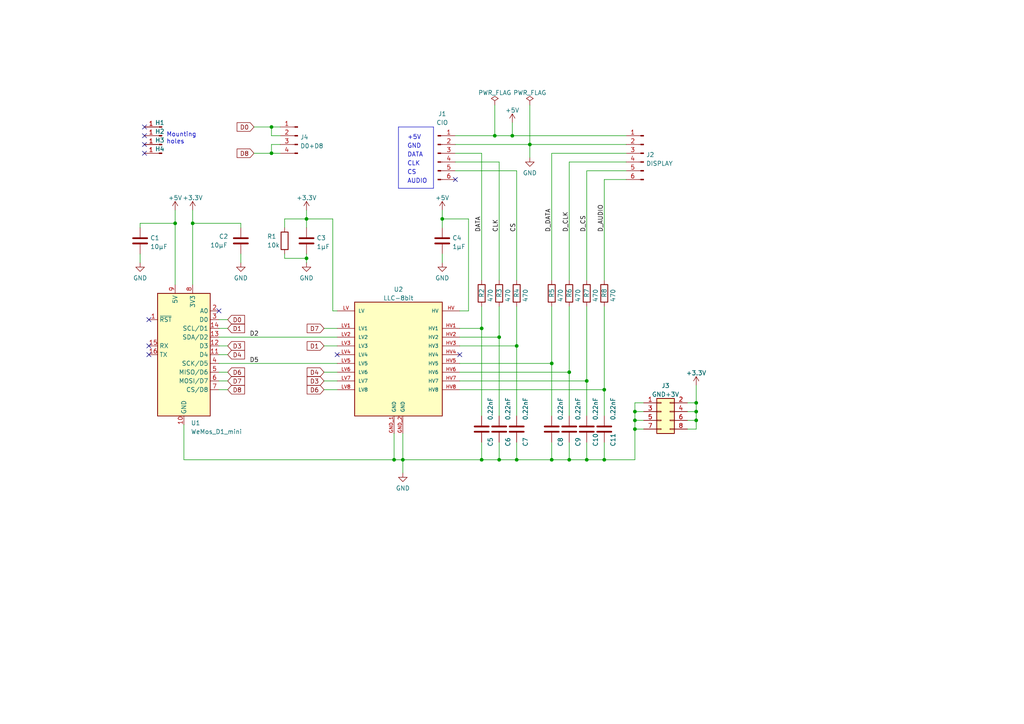
<source format=kicad_sch>
(kicad_sch (version 20230121) (generator eeschema)
  (paper "A4")
  (lib_symbols
    (symbol "Connector:Conn_01x01_Male" (pin_names (offset 1.016) hide)
      (property "Reference" "J" (at 0 2.54 0))
      (property "Value" "Conn_01x01_Male" (at 0 -2.54 0))
      (symbol "Conn_01x01_Male_1_1"
        (polyline (pts (xy 1.27 0) (xy 0.8636 0)) (stroke (width 0.1524)))
        (rectangle (start 0.8636 0.127) (end 0 -0.127) (stroke (width 0.1524)) (fill (type outline)))
        (pin passive line (at 5.08 0 180) (length 3.81) (name "Pin_1") (number "1"))
      )
    )
    (symbol "Connector:Conn_01x04_Male" (pin_names (offset 1.016) hide)
      (property "Reference" "J" (at 0 5.08 0))
      (property "Value" "Conn_01x04_Male" (at 0 -7.62 0))
      (symbol "Conn_01x04_Male_1_1"
        (polyline (pts (xy 1.27 -5.08) (xy 0.8636 -5.08)) (stroke (width 0.1524)))
        (polyline (pts (xy 1.27 -2.54) (xy 0.8636 -2.54)) (stroke (width 0.1524)))
        (polyline (pts (xy 1.27 0) (xy 0.8636 0)) (stroke (width 0.1524)))
        (polyline (pts (xy 1.27 2.54) (xy 0.8636 2.54)) (stroke (width 0.1524)))
        (rectangle (start 0.8636 -4.953) (end 0 -5.207) (stroke (width 0.1524)) (fill (type outline)))
        (rectangle (start 0.8636 -2.413) (end 0 -2.667) (stroke (width 0.1524)) (fill (type outline)))
        (rectangle (start 0.8636 0.127) (end 0 -0.127) (stroke (width 0.1524)) (fill (type outline)))
        (rectangle (start 0.8636 2.667) (end 0 2.413) (stroke (width 0.1524)) (fill (type outline)))
        (pin passive line (at 5.08 2.54 180) (length 3.81) (name "Pin_1") (number "1"))
        (pin passive line (at 5.08 0 180) (length 3.81) (name "Pin_2") (number "2"))
        (pin passive line (at 5.08 -2.54 180) (length 3.81) (name "Pin_3") (number "3"))
        (pin passive line (at 5.08 -5.08 180) (length 3.81) (name "Pin_4") (number "4"))
      )
    )
    (symbol "Connector:Conn_01x06_Male" (pin_names (offset 1.016) hide)
      (property "Reference" "J" (at 0 7.62 0))
      (property "Value" "Conn_01x06_Male" (at 0 -10.16 0))
      (symbol "Conn_01x06_Male_1_1"
        (polyline (pts (xy 1.27 -7.62) (xy 0.8636 -7.62)) (stroke (width 0.1524)))
        (polyline (pts (xy 1.27 -5.08) (xy 0.8636 -5.08)) (stroke (width 0.1524)))
        (polyline (pts (xy 1.27 -2.54) (xy 0.8636 -2.54)) (stroke (width 0.1524)))
        (polyline (pts (xy 1.27 0) (xy 0.8636 0)) (stroke (width 0.1524)))
        (polyline (pts (xy 1.27 2.54) (xy 0.8636 2.54)) (stroke (width 0.1524)))
        (polyline (pts (xy 1.27 5.08) (xy 0.8636 5.08)) (stroke (width 0.1524)))
        (rectangle (start 0.8636 -7.493) (end 0 -7.747) (stroke (width 0.1524)) (fill (type outline)))
        (rectangle (start 0.8636 -4.953) (end 0 -5.207) (stroke (width 0.1524)) (fill (type outline)))
        (rectangle (start 0.8636 -2.413) (end 0 -2.667) (stroke (width 0.1524)) (fill (type outline)))
        (rectangle (start 0.8636 0.127) (end 0 -0.127) (stroke (width 0.1524)) (fill (type outline)))
        (rectangle (start 0.8636 2.667) (end 0 2.413) (stroke (width 0.1524)) (fill (type outline)))
        (rectangle (start 0.8636 5.207) (end 0 4.953) (stroke (width 0.1524)) (fill (type outline)))
        (pin passive line (at 5.08 5.08 180) (length 3.81) (name "Pin_1") (number "1"))
        (pin passive line (at 5.08 2.54 180) (length 3.81) (name "Pin_2") (number "2"))
        (pin passive line (at 5.08 0 180) (length 3.81) (name "Pin_3") (number "3"))
        (pin passive line (at 5.08 -2.54 180) (length 3.81) (name "Pin_4") (number "4"))
        (pin passive line (at 5.08 -5.08 180) (length 3.81) (name "Pin_5") (number "5"))
        (pin passive line (at 5.08 -7.62 180) (length 3.81) (name "Pin_6") (number "6"))
      )
    )
    (symbol "Connector_Generic:Conn_02x04_Odd_Even" (pin_names (offset 1.016) hide)
      (property "Reference" "J" (at 1.27 5.08 0))
      (property "Value" "Conn_02x04_Odd_Even" (at 1.27 -7.62 0))
      (symbol "Conn_02x04_Odd_Even_1_1"
        (rectangle (start -1.27 -4.953) (end 0 -5.207) (stroke (width 0.1524)))
        (rectangle (start -1.27 -2.413) (end 0 -2.667) (stroke (width 0.1524)))
        (rectangle (start -1.27 0.127) (end 0 -0.127) (stroke (width 0.1524)))
        (rectangle (start -1.27 2.667) (end 0 2.413) (stroke (width 0.1524)))
        (rectangle (start -1.27 3.81) (end 3.81 -6.35) (stroke (width 0.254)) (fill (type background)))
        (rectangle (start 3.81 -4.953) (end 2.54 -5.207) (stroke (width 0.1524)))
        (rectangle (start 3.81 -2.413) (end 2.54 -2.667) (stroke (width 0.1524)))
        (rectangle (start 3.81 0.127) (end 2.54 -0.127) (stroke (width 0.1524)))
        (rectangle (start 3.81 2.667) (end 2.54 2.413) (stroke (width 0.1524)))
        (pin passive line (at -5.08 2.54 0) (length 3.81) (name "Pin_1") (number "1"))
        (pin passive line (at 7.62 2.54 180) (length 3.81) (name "Pin_2") (number "2"))
        (pin passive line (at -5.08 0 0) (length 3.81) (name "Pin_3") (number "3"))
        (pin passive line (at 7.62 0 180) (length 3.81) (name "Pin_4") (number "4"))
        (pin passive line (at -5.08 -2.54 0) (length 3.81) (name "Pin_5") (number "5"))
        (pin passive line (at 7.62 -2.54 180) (length 3.81) (name "Pin_6") (number "6"))
        (pin passive line (at -5.08 -5.08 0) (length 3.81) (name "Pin_7") (number "7"))
        (pin passive line (at 7.62 -5.08 180) (length 3.81) (name "Pin_8") (number "8"))
      )
    )
    (symbol "Device:C" (pin_numbers hide) (pin_names (offset 0.254))
      (property "Reference" "C" (at 0.635 2.54 0))
      (property "Value" "C" (at 0.635 -2.54 0))
      (symbol "C_0_1"
        (polyline (pts (xy -2.032 -0.762) (xy 2.032 -0.762)) (stroke (width 0.508)))
        (polyline (pts (xy -2.032 0.762) (xy 2.032 0.762)) (stroke (width 0.508)))
      )
      (symbol "C_1_1"
        (pin passive line (at 0 3.81 270) (length 2.794) (name "~") (number "1"))
        (pin passive line (at 0 -3.81 90) (length 2.794) (name "~") (number "2"))
      )
    )
    (symbol "Device:R" (pin_numbers hide) (pin_names (offset 0))
      (property "Reference" "R" (at 2.032 0 90))
      (property "Value" "R" (at 0 0 90))
      (symbol "R_0_1"
        (rectangle (start -1.016 -2.54) (end 1.016 2.54) (stroke (width 0.254)))
      )
      (symbol "R_1_1"
        (pin passive line (at 0 3.81 270) (length 1.27) (name "~") (number "1"))
        (pin passive line (at 0 -3.81 90) (length 1.27) (name "~") (number "2"))
      )
    )
    (symbol "MCU_Module:WeMos_D1_mini"
      (property "Reference" "U" (at 3.81 19.05 0))
      (property "Value" "WeMos_D1_mini" (at 1.27 -19.05 0))
      (symbol "WeMos_D1_mini_1_1"
        (rectangle (start -7.62 17.78) (end 7.62 -17.78) (stroke (width 0.254)) (fill (type background)))
        (pin input line (at -10.16 10.16 0) (length 2.54) (name "~{RST}") (number "1"))
        (pin power_in line (at 0 -20.32 90) (length 2.54) (name "GND") (number "10"))
        (pin bidirectional line (at 10.16 0 180) (length 2.54) (name "D4") (number "11"))
        (pin bidirectional line (at 10.16 2.54 180) (length 2.54) (name "D3") (number "12"))
        (pin bidirectional line (at 10.16 5.08 180) (length 2.54) (name "SDA/D2") (number "13"))
        (pin bidirectional line (at 10.16 7.62 180) (length 2.54) (name "SCL/D1") (number "14"))
        (pin input line (at -10.16 2.54 0) (length 2.54) (name "RX") (number "15"))
        (pin output line (at -10.16 0 0) (length 2.54) (name "TX") (number "16"))
        (pin input line (at 10.16 12.7 180) (length 2.54) (name "A0") (number "2"))
        (pin bidirectional line (at 10.16 10.16 180) (length 2.54) (name "D0") (number "3"))
        (pin bidirectional line (at 10.16 -2.54 180) (length 2.54) (name "SCK/D5") (number "4"))
        (pin bidirectional line (at 10.16 -5.08 180) (length 2.54) (name "MISO/D6") (number "5"))
        (pin bidirectional line (at 10.16 -7.62 180) (length 2.54) (name "MOSI/D7") (number "6"))
        (pin bidirectional line (at 10.16 -10.16 180) (length 2.54) (name "CS/D8") (number "7"))
        (pin power_out line (at 2.54 20.32 270) (length 2.54) (name "3V3") (number "8"))
        (pin power_in line (at -2.54 20.32 270) (length 2.54) (name "5V") (number "9"))
      )
    )
    (symbol "My LLC:LLC-8bit" (pin_names (offset 1.016))
      (property "Reference" "U" (at -12.7 17.78 0))
      (property "Value" "LLC-8bit" (at -5.08 -1.27 0))
      (symbol "LLC-8bit_0_0"
        (rectangle (start -12.7 16.51) (end 12.7 -16.51) (stroke (width 0.254)) (fill (type background)))
        (pin power_in line (at -1.27 -21.59 90) (length 5.08) (name "GND") (number "GND_1"))
        (pin power_in line (at 1.27 -21.59 90) (length 5.08) (name "GND") (number "GND_2"))
        (pin power_in line (at 17.78 13.97 180) (length 5.08) (name "HV") (number "HV"))
        (pin bidirectional line (at 17.78 8.89 180) (length 5.08) (name "HV1") (number "HV1"))
        (pin bidirectional line (at 17.78 6.35 180) (length 5.08) (name "HV2") (number "HV2"))
        (pin bidirectional line (at 17.78 3.81 180) (length 5.08) (name "HV3") (number "HV3"))
        (pin bidirectional line (at 17.78 1.27 180) (length 5.08) (name "HV4") (number "HV4"))
        (pin bidirectional line (at 17.78 -1.27 180) (length 5.08) (name "HV5") (number "HV5"))
        (pin bidirectional line (at 17.78 -3.81 180) (length 5.08) (name "HV6") (number "HV6"))
        (pin bidirectional line (at 17.78 -6.35 180) (length 5.08) (name "HV7") (number "HV7"))
        (pin bidirectional line (at 17.78 -8.89 180) (length 5.08) (name "HV8") (number "HV8"))
        (pin power_in line (at -17.78 13.97 0) (length 5.08) (name "LV") (number "LV"))
        (pin bidirectional line (at -17.78 8.89 0) (length 5.08) (name "LV1") (number "LV1"))
        (pin bidirectional line (at -17.78 6.35 0) (length 5.08) (name "LV2") (number "LV2"))
        (pin bidirectional line (at -17.78 3.81 0) (length 5.08) (name "LV3") (number "LV3"))
        (pin bidirectional line (at -17.78 1.27 0) (length 5.08) (name "LV4") (number "LV4"))
        (pin bidirectional line (at -17.78 -1.27 0) (length 5.08) (name "LV5") (number "LV5"))
        (pin bidirectional line (at -17.78 -3.81 0) (length 5.08) (name "LV6") (number "LV6"))
        (pin bidirectional line (at -17.78 -6.35 0) (length 5.08) (name "LV7") (number "LV7"))
        (pin bidirectional line (at -17.78 -8.89 0) (length 5.08) (name "LV8") (number "LV8"))
      )
    )
    (symbol "power:+3.3V" (power) (pin_names (offset 0))
      (property "Value" "+3.3V" (at 0 3.556 0))
      (symbol "+3.3V_0_1"
        (polyline (pts (xy -0.762 1.27) (xy 0 2.54)))
        (polyline (pts (xy 0 0) (xy 0 2.54)))
        (polyline (pts (xy 0 2.54) (xy 0.762 1.27)))
      )
      (symbol "+3.3V_1_1"
        (pin power_in line (at 0 0 90) (length 0) hide (name "+3.3V") (number "1"))
      )
    )
    (symbol "power:+5V" (power) (pin_names (offset 0))
      (property "Value" "+5V" (at 0 3.556 0))
      (symbol "+5V_0_1"
        (polyline (pts (xy -0.762 1.27) (xy 0 2.54)))
        (polyline (pts (xy 0 0) (xy 0 2.54)))
        (polyline (pts (xy 0 2.54) (xy 0.762 1.27)))
      )
      (symbol "+5V_1_1"
        (pin power_in line (at 0 0 90) (length 0) hide (name "+5V") (number "1"))
      )
    )
    (symbol "power:GND" (power) (pin_names (offset 0))
      (property "Value" "GND" (at 0 -3.81 0))
      (symbol "GND_0_1"
        (polyline (pts (xy 0 0) (xy 0 -1.27) (xy 1.27 -1.27) (xy 0 -2.54) (xy -1.27 -1.27) (xy 0 -1.27)))
      )
      (symbol "GND_1_1"
        (pin power_in line (at 0 0 270) (length 0) hide (name "GND") (number "1"))
      )
    )
    (symbol "power:PWR_FLAG" (power) (pin_numbers hide) (pin_names (offset 0) hide)
      (property "Value" "PWR_FLAG" (at 0 3.81 0))
      (symbol "PWR_FLAG_0_0"
        (pin power_out line (at 0 0 90) (length 0) (name "pwr") (number "1"))
      )
      (symbol "PWR_FLAG_0_1"
        (polyline (pts (xy 0 0) (xy 0 1.27) (xy -1.016 1.905) (xy 0 2.54) (xy 1.016 1.905) (xy 0 1.27)))
      )
    )
  )
  (junction (at 184.15 119.38))
  (junction (at 201.93 121.92))
  (junction (at 149.86 100.33))
  (junction (at 88.9 74.93))
  (junction (at 148.59 39.37))
  (junction (at 78.74 44.45))
  (junction (at 139.7 133.35))
  (junction (at 50.8 64.77))
  (junction (at 144.78 133.35))
  (junction (at 55.88 64.77))
  (junction (at 175.26 113.03))
  (junction (at 165.1 133.35))
  (junction (at 170.18 110.49))
  (junction (at 160.02 105.41))
  (junction (at 170.18 133.35))
  (junction (at 78.74 36.83))
  (junction (at 201.93 119.38))
  (junction (at 149.86 133.35))
  (junction (at 116.84 133.35))
  (junction (at 139.7 95.25))
  (junction (at 128.27 63.5))
  (junction (at 184.15 121.92))
  (junction (at 201.93 116.84))
  (junction (at 114.3 133.35))
  (junction (at 175.26 133.35))
  (junction (at 88.9 63.5))
  (junction (at 144.78 97.79))
  (junction (at 165.1 107.95))
  (junction (at 143.51 39.37))
  (junction (at 153.67 41.91))
  (junction (at 160.02 133.35))
  (junction (at 184.15 124.46))
  (no_connect (at 132.08 52.07))
  (no_connect (at 41.91 39.37))
  (no_connect (at 41.91 36.83))
  (no_connect (at 63.5 90.17))
  (no_connect (at 97.79 102.87))
  (no_connect (at 43.18 102.87))
  (no_connect (at 41.91 44.45))
  (no_connect (at 41.91 41.91))
  (no_connect (at 43.18 92.71))
  (no_connect (at 133.35 102.87))
  (no_connect (at 43.18 100.33))
  (wire (pts (xy 170.18 133.35) (xy 175.26 133.35)))
  (wire (pts (xy 93.98 113.03) (xy 97.79 113.03)))
  (wire (pts (xy 97.79 90.17) (xy 96.52 90.17)))
  (wire (pts (xy 82.55 63.5) (xy 88.9 63.5)))
  (wire (pts (xy 184.15 121.92) (xy 184.15 124.46)))
  (wire (pts (xy 170.18 88.9) (xy 170.18 110.49)))
  (wire (pts (xy 144.78 128.27) (xy 144.78 133.35)))
  (wire (pts (xy 88.9 60.96) (xy 88.9 63.5)))
  (wire (pts (xy 184.15 124.46) (xy 184.15 133.35)))
  (wire (pts (xy 133.35 113.03) (xy 175.26 113.03)))
  (wire (pts (xy 143.51 30.48) (xy 143.51 39.37)))
  (wire (pts (xy 160.02 128.27) (xy 160.02 133.35)))
  (wire (pts (xy 88.9 74.93) (xy 88.9 76.2)))
  (wire (pts (xy 144.78 97.79) (xy 144.78 120.65)))
  (wire (pts (xy 175.26 52.07) (xy 175.26 81.28)))
  (wire (pts (xy 88.9 63.5) (xy 88.9 66.04)))
  (wire (pts (xy 78.74 44.45) (xy 81.28 44.45)))
  (wire (pts (xy 160.02 105.41) (xy 160.02 120.65)))
  (wire (pts (xy 93.98 95.25) (xy 97.79 95.25)))
  (wire (pts (xy 199.39 121.92) (xy 201.93 121.92)))
  (wire (pts (xy 153.67 30.48) (xy 153.67 41.91)))
  (polyline (pts (xy 115.57 54.61) (xy 125.73 54.61)))
  (wire (pts (xy 114.3 133.35) (xy 116.84 133.35)))
  (wire (pts (xy 63.5 110.49) (xy 66.04 110.49)))
  (wire (pts (xy 144.78 133.35) (xy 149.86 133.35)))
  (wire (pts (xy 50.8 64.77) (xy 50.8 82.55)))
  (wire (pts (xy 96.52 63.5) (xy 88.9 63.5)))
  (wire (pts (xy 63.5 95.25) (xy 66.04 95.25)))
  (wire (pts (xy 82.55 66.04) (xy 82.55 63.5)))
  (wire (pts (xy 55.88 60.96) (xy 55.88 64.77)))
  (wire (pts (xy 175.26 133.35) (xy 175.26 128.27)))
  (wire (pts (xy 132.08 39.37) (xy 143.51 39.37)))
  (wire (pts (xy 63.5 105.41) (xy 97.79 105.41)))
  (wire (pts (xy 143.51 39.37) (xy 148.59 39.37)))
  (wire (pts (xy 128.27 63.5) (xy 128.27 66.04)))
  (wire (pts (xy 144.78 46.99) (xy 144.78 81.28)))
  (wire (pts (xy 63.5 97.79) (xy 97.79 97.79)))
  (wire (pts (xy 184.15 124.46) (xy 186.69 124.46)))
  (wire (pts (xy 184.15 119.38) (xy 184.15 121.92)))
  (wire (pts (xy 133.35 105.41) (xy 160.02 105.41)))
  (wire (pts (xy 133.35 107.95) (xy 165.1 107.95)))
  (wire (pts (xy 63.5 107.95) (xy 66.04 107.95)))
  (wire (pts (xy 184.15 133.35) (xy 175.26 133.35)))
  (wire (pts (xy 201.93 119.38) (xy 201.93 116.84)))
  (wire (pts (xy 73.66 36.83) (xy 78.74 36.83)))
  (wire (pts (xy 201.93 116.84) (xy 201.93 111.76)))
  (wire (pts (xy 78.74 39.37) (xy 78.74 36.83)))
  (wire (pts (xy 139.7 133.35) (xy 144.78 133.35)))
  (wire (pts (xy 175.26 52.07) (xy 181.61 52.07)))
  (wire (pts (xy 160.02 44.45) (xy 181.61 44.45)))
  (wire (pts (xy 135.89 63.5) (xy 128.27 63.5)))
  (wire (pts (xy 81.28 41.91) (xy 78.74 41.91)))
  (polyline (pts (xy 115.57 36.83) (xy 115.57 54.61)))
  (wire (pts (xy 73.66 44.45) (xy 78.74 44.45)))
  (wire (pts (xy 133.35 110.49) (xy 170.18 110.49)))
  (wire (pts (xy 199.39 116.84) (xy 201.93 116.84)))
  (wire (pts (xy 149.86 88.9) (xy 149.86 100.33)))
  (wire (pts (xy 139.7 95.25) (xy 133.35 95.25)))
  (wire (pts (xy 93.98 110.49) (xy 97.79 110.49)))
  (wire (pts (xy 165.1 88.9) (xy 165.1 107.95)))
  (wire (pts (xy 63.5 102.87) (xy 66.04 102.87)))
  (wire (pts (xy 144.78 88.9) (xy 144.78 97.79)))
  (wire (pts (xy 139.7 128.27) (xy 139.7 133.35)))
  (wire (pts (xy 199.39 119.38) (xy 201.93 119.38)))
  (wire (pts (xy 81.28 39.37) (xy 78.74 39.37)))
  (wire (pts (xy 201.93 124.46) (xy 201.93 121.92)))
  (wire (pts (xy 139.7 88.9) (xy 139.7 95.25)))
  (wire (pts (xy 63.5 92.71) (xy 66.04 92.71)))
  (wire (pts (xy 165.1 133.35) (xy 170.18 133.35)))
  (wire (pts (xy 139.7 95.25) (xy 139.7 120.65)))
  (wire (pts (xy 175.26 88.9) (xy 175.26 113.03)))
  (wire (pts (xy 40.64 66.04) (xy 40.64 64.77)))
  (wire (pts (xy 160.02 44.45) (xy 160.02 81.28)))
  (polyline (pts (xy 115.57 36.83) (xy 125.73 36.83)))
  (wire (pts (xy 175.26 113.03) (xy 175.26 120.65)))
  (wire (pts (xy 78.74 41.91) (xy 78.74 44.45)))
  (wire (pts (xy 93.98 100.33) (xy 97.79 100.33)))
  (wire (pts (xy 116.84 125.73) (xy 116.84 133.35)))
  (wire (pts (xy 135.89 90.17) (xy 135.89 63.5)))
  (wire (pts (xy 160.02 133.35) (xy 165.1 133.35)))
  (wire (pts (xy 165.1 46.99) (xy 165.1 81.28)))
  (wire (pts (xy 201.93 121.92) (xy 201.93 119.38)))
  (wire (pts (xy 63.5 113.03) (xy 66.04 113.03)))
  (wire (pts (xy 69.85 66.04) (xy 69.85 64.77)))
  (wire (pts (xy 116.84 133.35) (xy 116.84 137.16)))
  (wire (pts (xy 82.55 73.66) (xy 82.55 74.93)))
  (wire (pts (xy 114.3 125.73) (xy 114.3 133.35)))
  (wire (pts (xy 165.1 107.95) (xy 165.1 120.65)))
  (wire (pts (xy 148.59 35.56) (xy 148.59 39.37)))
  (wire (pts (xy 149.86 133.35) (xy 160.02 133.35)))
  (wire (pts (xy 55.88 64.77) (xy 55.88 82.55)))
  (wire (pts (xy 40.64 64.77) (xy 50.8 64.77)))
  (wire (pts (xy 50.8 60.96) (xy 50.8 64.77)))
  (wire (pts (xy 170.18 110.49) (xy 170.18 120.65)))
  (wire (pts (xy 149.86 100.33) (xy 149.86 120.65)))
  (wire (pts (xy 184.15 119.38) (xy 186.69 119.38)))
  (wire (pts (xy 149.86 100.33) (xy 133.35 100.33)))
  (wire (pts (xy 170.18 49.53) (xy 170.18 81.28)))
  (wire (pts (xy 149.86 128.27) (xy 149.86 133.35)))
  (wire (pts (xy 132.08 44.45) (xy 139.7 44.45)))
  (wire (pts (xy 132.08 46.99) (xy 144.78 46.99)))
  (wire (pts (xy 128.27 73.66) (xy 128.27 76.2)))
  (wire (pts (xy 133.35 90.17) (xy 135.89 90.17)))
  (wire (pts (xy 165.1 46.99) (xy 181.61 46.99)))
  (wire (pts (xy 199.39 124.46) (xy 201.93 124.46)))
  (wire (pts (xy 153.67 41.91) (xy 153.67 45.72)))
  (wire (pts (xy 139.7 44.45) (xy 139.7 81.28)))
  (wire (pts (xy 144.78 97.79) (xy 133.35 97.79)))
  (wire (pts (xy 69.85 73.66) (xy 69.85 76.2)))
  (wire (pts (xy 149.86 49.53) (xy 149.86 81.28)))
  (polyline (pts (xy 125.73 54.61) (xy 125.73 36.83)))
  (wire (pts (xy 148.59 39.37) (xy 181.61 39.37)))
  (wire (pts (xy 93.98 107.95) (xy 97.79 107.95)))
  (wire (pts (xy 96.52 90.17) (xy 96.52 63.5)))
  (wire (pts (xy 82.55 74.93) (xy 88.9 74.93)))
  (wire (pts (xy 63.5 100.33) (xy 66.04 100.33)))
  (wire (pts (xy 128.27 60.96) (xy 128.27 63.5)))
  (wire (pts (xy 165.1 128.27) (xy 165.1 133.35)))
  (wire (pts (xy 132.08 49.53) (xy 149.86 49.53)))
  (wire (pts (xy 69.85 64.77) (xy 55.88 64.77)))
  (wire (pts (xy 170.18 49.53) (xy 181.61 49.53)))
  (wire (pts (xy 153.67 41.91) (xy 181.61 41.91)))
  (wire (pts (xy 184.15 121.92) (xy 186.69 121.92)))
  (wire (pts (xy 53.34 123.19) (xy 53.34 133.35)))
  (wire (pts (xy 170.18 128.27) (xy 170.18 133.35)))
  (wire (pts (xy 132.08 41.91) (xy 153.67 41.91)))
  (wire (pts (xy 53.34 133.35) (xy 114.3 133.35)))
  (wire (pts (xy 160.02 88.9) (xy 160.02 105.41)))
  (wire (pts (xy 116.84 133.35) (xy 139.7 133.35)))
  (wire (pts (xy 78.74 36.83) (xy 81.28 36.83)))
  (wire (pts (xy 88.9 73.66) (xy 88.9 74.93)))
  (wire (pts (xy 40.64 73.66) (xy 40.64 76.2)))
  (wire (pts (xy 186.69 116.84) (xy 184.15 116.84)))
  (wire (pts (xy 184.15 116.84) (xy 184.15 119.38)))
  (text "+5V" (at 118.11 40.64 0) (effects (font (size 1.27 1.27)) (justify left bottom)))
  (text "Mounting\nholes" (at 48.26 41.91 0) (effects (font (size 1.27 1.27)) (justify left bottom)))
  (text "AUDIO" (at 118.11 53.34 0) (effects (font (size 1.27 1.27)) (justify left bottom)))
  (text "DATA" (at 118.11 45.72 0) (effects (font (size 1.27 1.27)) (justify left bottom)))
  (text "CS" (at 118.11 50.8 0) (effects (font (size 1.27 1.27)) (justify left bottom)))
  (text "GND" (at 118.11 43.18 0) (effects (font (size 1.27 1.27)) (justify left bottom)))
  (text "CLK" (at 118.11 48.26 0) (effects (font (size 1.27 1.27)) (justify left bottom)))
  (label "D_AUDIO" (at 175.26 67.31 90))
  (label "CLK" (at 144.78 67.31 90))
  (label "D2" (at 72.39 97.79 0))
  (label "D_CS" (at 170.18 67.31 90))
  (label "CS" (at 149.86 67.31 90))
  (label "D5" (at 72.39 105.41 0))
  (label "D_CLK" (at 165.1 67.31 90))
  (label "DATA" (at 139.7 67.31 90))
  (label "D_DATA" (at 160.02 67.31 90))
  (global_label "D8" (shape input) (at 73.66 44.45 180) (property "Intersheetrefs" "${INTERSHEET_REFS}" (effects hide)))
  (global_label "D0" (shape input) (at 66.04 92.71 0) (property "Intersheetrefs" "${INTERSHEET_REFS}" (effects hide)))
  (global_label "D7" (shape input) (at 93.98 95.25 180) (property "Intersheetrefs" "${INTERSHEET_REFS}" (effects hide)))
  (global_label "D3" (shape input) (at 66.04 100.33 0) (property "Intersheetrefs" "${INTERSHEET_REFS}" (effects hide)))
  (global_label "D3" (shape input) (at 93.98 110.49 180) (property "Intersheetrefs" "${INTERSHEET_REFS}" (effects hide)))
  (global_label "D4" (shape input) (at 93.98 107.95 180) (property "Intersheetrefs" "${INTERSHEET_REFS}" (effects hide)))
  (global_label "D7" (shape input) (at 66.04 110.49 0) (property "Intersheetrefs" "${INTERSHEET_REFS}" (effects hide)))
  (global_label "D6" (shape input) (at 93.98 113.03 180) (property "Intersheetrefs" "${INTERSHEET_REFS}" (effects hide)))
  (global_label "D0" (shape input) (at 73.66 36.83 180) (property "Intersheetrefs" "${INTERSHEET_REFS}" (effects hide)))
  (global_label "D4" (shape input) (at 66.04 102.87 0) (property "Intersheetrefs" "${INTERSHEET_REFS}" (effects hide)))
  (global_label "D8" (shape input) (at 66.04 113.03 0) (property "Intersheetrefs" "${INTERSHEET_REFS}" (effects hide)))
  (global_label "D6" (shape input) (at 66.04 107.95 0) (property "Intersheetrefs" "${INTERSHEET_REFS}" (effects hide)))
  (global_label "D1" (shape input) (at 66.04 95.25 0) (property "Intersheetrefs" "${INTERSHEET_REFS}" (effects hide)))
  (global_label "D1" (shape input) (at 93.98 100.33 180) (property "Intersheetrefs" "${INTERSHEET_REFS}" (effects hide)))
  (symbol (lib_id "Device:R") (at 144.78 85.09 0) (unit 1)
    (property "Reference" "R3" (at 144.78 86.36 90) (effects (justify left)))
    (property "Value" "470" (at 147.32 87.63 90) (effects (justify left)))
    (property "Footprint" "Resistor_SMD:R_1206_3216Metric_Pad1.30x1.75mm_HandSolder" (effects hide))
  )
  (symbol (lib_id "power:GND") (at 116.84 137.16 0) (unit 1)
    (property "Reference" "#PWR014" (effects hide))
    (property "Value" "GND" (at 116.84 141.6034 0))
  )
  (symbol (lib_id "MCU_Module:WeMos_D1_mini") (at 53.34 102.87 0) (unit 1)
    (property "Reference" "U1" (at 55.3594 122.6804 0) (effects (justify left)))
    (property "Value" "WeMos_D1_mini" (at 55.3594 125.2173 0) (effects (justify left)))
    (property "Footprint" "Module:WEMOS_D1_mini_light" (effects hide))
    (property "Datasheet" "https://wiki.wemos.cc/products:d1:d1_mini#documentation" (effects hide))
  )
  (symbol (lib_id "Connector:Conn_01x06_Male") (at 186.69 44.45 0) (mirror y) (unit 1)
    (property "Reference" "J2" (at 187.4012 44.8853 0) (effects (justify right)))
    (property "Value" "DISPLAY" (at 187.4012 47.4222 0) (effects (justify right)))
    (property "Footprint" "Connector_PinHeader_2.54mm:PinHeader_1x06_P2.54mm_Vertical" (effects hide))
  )
  (symbol (lib_id "Device:R") (at 175.26 85.09 0) (unit 1)
    (property "Reference" "R8" (at 175.26 86.36 90) (effects (justify left)))
    (property "Value" "470" (at 177.8 87.63 90) (effects (justify left)))
    (property "Footprint" "Resistor_SMD:R_1206_3216Metric_Pad1.30x1.75mm_HandSolder" (effects hide))
  )
  (symbol (lib_id "power:GND") (at 153.67 45.72 0) (unit 1)
    (property "Reference" "#PWR02" (effects hide))
    (property "Value" "GND" (at 153.67 50.1634 0))
  )
  (symbol (lib_id "Connector:Conn_01x01_Male") (at 46.99 39.37 0) (mirror y) (unit 1)
    (property "Reference" "H2" (at 46.355 38.131 0))
    (property "Value" "Mounting hole" (effects hide))
    (property "Footprint" "MountingHole:MountingHole_3.2mm_M3_ISO7380_Pad_TopBottom" (effects hide))
  )
  (symbol (lib_id "power:+3.3V") (at 88.9 60.96 0) (unit 1)
    (property "Reference" "#PWR09" (effects hide))
    (property "Value" "+3.3V" (at 88.9 57.3842 0))
  )
  (symbol (lib_id "Connector:Conn_01x06_Male") (at 127 44.45 0) (unit 1)
    (property "Reference" "J1" (at 128.27 33.02 0))
    (property "Value" "CIO" (at 128.27 35.56 0))
    (property "Footprint" "Connector_PinHeader_2.54mm:PinHeader_1x06_P2.54mm_Vertical" (effects hide))
  )
  (symbol (lib_id "power:+3.3V") (at 55.88 60.96 0) (unit 1)
    (property "Reference" "#PWR08" (effects hide))
    (property "Value" "+3.3V" (at 55.88 57.3842 0))
  )
  (symbol (lib_id "Connector:Conn_01x01_Male") (at 46.99 41.91 0) (mirror y) (unit 1)
    (property "Reference" "H3" (at 46.355 40.671 0))
    (property "Value" "Mounting hole" (effects hide))
    (property "Footprint" "MountingHole:MountingHole_3.2mm_M3_ISO7380_Pad_TopBottom" (effects hide))
  )
  (symbol (lib_id "Device:C") (at 139.7 124.46 0) (unit 1)
    (property "Reference" "C5" (at 142.24 129.54 90) (effects (justify left)))
    (property "Value" "0.22nF" (at 142.24 121.92 90) (effects (justify left)))
    (property "Footprint" "Capacitor_THT:C_Disc_D5.0mm_W2.5mm_P5.00mm" (effects hide))
  )
  (symbol (lib_id "Device:R") (at 149.86 85.09 0) (unit 1)
    (property "Reference" "R4" (at 149.86 86.36 90) (effects (justify left)))
    (property "Value" "470" (at 152.4 87.63 90) (effects (justify left)))
    (property "Footprint" "Resistor_SMD:R_1206_3216Metric_Pad1.30x1.75mm_HandSolder" (effects hide))
  )
  (symbol (lib_id "power:+3.3V") (at 201.93 111.76 0) (unit 1)
    (property "Reference" "#PWR011" (effects hide))
    (property "Value" "+3.3V" (at 201.93 108.1842 0))
  )
  (symbol (lib_id "power:GND") (at 40.64 76.2 0) (unit 1)
    (property "Reference" "#PWR03" (effects hide))
    (property "Value" "GND" (at 40.64 80.6434 0))
  )
  (symbol (lib_id "Device:R") (at 160.02 85.09 0) (unit 1)
    (property "Reference" "R5" (at 160.02 86.36 90) (effects (justify left)))
    (property "Value" "470" (at 162.56 87.63 90) (effects (justify left)))
    (property "Footprint" "Resistor_SMD:R_1206_3216Metric_Pad1.30x1.75mm_HandSolder" (effects hide))
  )
  (symbol (lib_id "power:GND") (at 88.9 76.2 0) (unit 1)
    (property "Reference" "#PWR05" (effects hide))
    (property "Value" "GND" (at 88.9 80.6434 0))
  )
  (symbol (lib_id "Device:C") (at 40.64 69.85 0) (unit 1)
    (property "Reference" "C1" (at 43.561 69.0153 0) (effects (justify left)))
    (property "Value" "10µF" (at 43.561 71.5522 0) (effects (justify left)))
    (property "Footprint" "Capacitor_THT:C_Disc_D5.0mm_W2.5mm_P5.00mm" (effects hide))
  )
  (symbol (lib_id "Device:C") (at 165.1 124.46 0) (unit 1)
    (property "Reference" "C9" (at 167.64 129.54 90) (effects (justify left)))
    (property "Value" "0.22nF" (at 167.64 121.92 90) (effects (justify left)))
    (property "Footprint" "Capacitor_THT:C_Disc_D5.0mm_W2.5mm_P5.00mm" (effects hide))
  )
  (symbol (lib_id "power:+5V") (at 50.8 60.96 0) (unit 1)
    (property "Reference" "#PWR07" (effects hide))
    (property "Value" "+5V" (at 50.8 57.3842 0))
  )
  (symbol (lib_id "Device:C") (at 88.9 69.85 0) (unit 1)
    (property "Reference" "C3" (at 91.821 69.0153 0) (effects (justify left)))
    (property "Value" "1µF" (at 91.821 71.5522 0) (effects (justify left)))
    (property "Footprint" "Capacitor_THT:C_Disc_D5.0mm_W2.5mm_P5.00mm" (effects hide))
  )
  (symbol (lib_id "Device:C") (at 170.18 124.46 0) (unit 1)
    (property "Reference" "C10" (at 172.72 129.54 90) (effects (justify left)))
    (property "Value" "0.22nF" (at 172.72 121.92 90) (effects (justify left)))
    (property "Footprint" "Capacitor_THT:C_Disc_D5.0mm_W2.5mm_P5.00mm" (effects hide))
  )
  (symbol (lib_id "Device:C") (at 144.78 124.46 0) (unit 1)
    (property "Reference" "C6" (at 147.32 129.54 90) (effects (justify left)))
    (property "Value" "0.22nF" (at 147.32 121.92 90) (effects (justify left)))
    (property "Footprint" "Capacitor_THT:C_Disc_D5.0mm_W2.5mm_P5.00mm" (effects hide))
  )
  (symbol (lib_id "Device:R") (at 139.7 85.09 0) (unit 1)
    (property "Reference" "R2" (at 139.7 86.36 90) (effects (justify left)))
    (property "Value" "470" (at 142.24 87.63 90) (effects (justify left)))
    (property "Footprint" "Resistor_SMD:R_1206_3216Metric_Pad1.30x1.75mm_HandSolder" (effects hide))
  )
  (symbol (lib_id "power:PWR_FLAG") (at 153.67 30.48 0) (unit 1)
    (property "Reference" "#FLG0102" (effects hide))
    (property "Value" "PWR_FLAG" (at 153.67 26.9042 0))
  )
  (symbol (lib_id "Connector_Generic:Conn_02x04_Odd_Even") (at 191.77 119.38 0) (unit 1)
    (property "Reference" "J3" (at 193.04 111.8702 0))
    (property "Value" "GND+3V" (at 193.04 114.4071 0))
    (property "Footprint" "Connector_PinHeader_2.54mm:PinHeader_2x04_P2.54mm_Vertical" (effects hide))
  )
  (symbol (lib_id "My LLC:LLC-8bit") (at 115.57 104.14 0) (unit 1)
    (property "Reference" "U2" (at 115.57 83.9302 0))
    (property "Value" "LLC-8bit" (at 115.57 86.4671 0))
    (property "Footprint" "00my mods:LLC-8bit" (effects hide))
    (property "PARTREV" "01" (effects hide))
    (property "MANUFACTURER" "SparkFun Electronics" (effects hide))
    (property "STANDARD" "Manufacturer Recommendations" (effects hide))
    (property "MAXIMUM_PACKAGE_HEIGHT" "N/A" (effects hide))
  )
  (symbol (lib_id "Device:R") (at 165.1 85.09 0) (unit 1)
    (property "Reference" "R6" (at 165.1 86.36 90) (effects (justify left)))
    (property "Value" "470" (at 167.64 87.63 90) (effects (justify left)))
    (property "Footprint" "Resistor_SMD:R_1206_3216Metric_Pad1.30x1.75mm_HandSolder" (effects hide))
  )
  (symbol (lib_id "power:GND") (at 69.85 76.2 0) (unit 1)
    (property "Reference" "#PWR04" (effects hide))
    (property "Value" "GND" (at 69.85 80.6434 0))
  )
  (symbol (lib_id "power:+5V") (at 128.27 60.96 0) (unit 1)
    (property "Reference" "#PWR010" (effects hide))
    (property "Value" "+5V" (at 128.27 57.3842 0))
  )
  (symbol (lib_id "Device:C") (at 160.02 124.46 0) (unit 1)
    (property "Reference" "C8" (at 162.56 129.54 90) (effects (justify left)))
    (property "Value" "0.22nF" (at 162.56 121.92 90) (effects (justify left)))
    (property "Footprint" "Capacitor_THT:C_Disc_D5.0mm_W2.5mm_P5.00mm" (effects hide))
  )
  (symbol (lib_id "Device:R") (at 82.55 69.85 0) (unit 1)
    (property "Reference" "R1" (at 77.47 68.58 0) (effects (justify left)))
    (property "Value" "10k" (at 77.47 71.12 0) (effects (justify left)))
    (property "Footprint" "Resistor_SMD:R_1206_3216Metric_Pad1.30x1.75mm_HandSolder" (effects hide))
  )
  (symbol (lib_id "Device:C") (at 128.27 69.85 0) (unit 1)
    (property "Reference" "C4" (at 131.191 69.0153 0) (effects (justify left)))
    (property "Value" "1µF" (at 131.191 71.5522 0) (effects (justify left)))
    (property "Footprint" "Capacitor_THT:C_Disc_D5.0mm_W2.5mm_P5.00mm" (effects hide))
  )
  (symbol (lib_id "Device:R") (at 170.18 85.09 0) (unit 1)
    (property "Reference" "R7" (at 170.18 86.36 90) (effects (justify left)))
    (property "Value" "470" (at 172.72 87.63 90) (effects (justify left)))
    (property "Footprint" "Resistor_SMD:R_1206_3216Metric_Pad1.30x1.75mm_HandSolder" (effects hide))
  )
  (symbol (lib_id "power:PWR_FLAG") (at 143.51 30.48 0) (unit 1)
    (property "Reference" "#FLG0101" (effects hide))
    (property "Value" "PWR_FLAG" (at 143.51 26.9042 0))
  )
  (symbol (lib_id "Connector:Conn_01x04_Male") (at 86.36 39.37 0) (mirror y) (unit 1)
    (property "Reference" "J4" (at 87.0712 39.8053 0) (effects (justify right)))
    (property "Value" "D0+D8" (at 87.0712 42.3422 0) (effects (justify right)))
    (property "Footprint" "Connector_PinHeader_2.54mm:PinHeader_1x04_P2.54mm_Vertical" (effects hide))
  )
  (symbol (lib_id "Device:C") (at 69.85 69.85 0) (unit 1)
    (property "Reference" "C2" (at 63.5 68.58 0) (effects (justify left)))
    (property "Value" "10µF" (at 60.96 71.12 0) (effects (justify left)))
    (property "Footprint" "Capacitor_THT:C_Disc_D5.0mm_W2.5mm_P5.00mm" (effects hide))
  )
  (symbol (lib_id "power:GND") (at 128.27 76.2 0) (unit 1)
    (property "Reference" "#PWR06" (effects hide))
    (property "Value" "GND" (at 128.27 80.6434 0))
  )
  (symbol (lib_id "power:+5V") (at 148.59 35.56 0) (unit 1)
    (property "Reference" "#PWR01" (effects hide))
    (property "Value" "+5V" (at 148.59 31.9842 0))
  )
  (symbol (lib_id "Connector:Conn_01x01_Male") (at 46.99 36.83 0) (mirror y) (unit 1)
    (property "Reference" "H1" (at 46.355 35.591 0))
    (property "Value" "Mounting hole" (effects hide))
    (property "Footprint" "MountingHole:MountingHole_3.2mm_M3_ISO7380_Pad_TopBottom" (effects hide))
  )
  (symbol (lib_id "Device:C") (at 175.26 124.46 0) (unit 1)
    (property "Reference" "C11" (at 177.8 129.54 90) (effects (justify left)))
    (property "Value" "0.22nF" (at 177.8 121.92 90) (effects (justify left)))
    (property "Footprint" "Capacitor_THT:C_Disc_D5.0mm_W2.5mm_P5.00mm" (effects hide))
  )
  (symbol (lib_id "Connector:Conn_01x01_Male") (at 46.99 44.45 0) (mirror y) (unit 1)
    (property "Reference" "H4" (at 46.355 43.211 0))
    (property "Value" "Mounting hole" (effects hide))
    (property "Footprint" "MountingHole:MountingHole_3.2mm_M3_ISO7380_Pad_TopBottom" (effects hide))
  )
  (symbol (lib_id "Device:C") (at 149.86 124.46 0) (unit 1)
    (property "Reference" "C7" (at 152.4 129.54 90) (effects (justify left)))
    (property "Value" "0.22nF" (at 152.4 121.92 90) (effects (justify left)))
    (property "Footprint" "Capacitor_THT:C_Disc_D5.0mm_W2.5mm_P5.00mm" (effects hide))
  )
)
</source>
